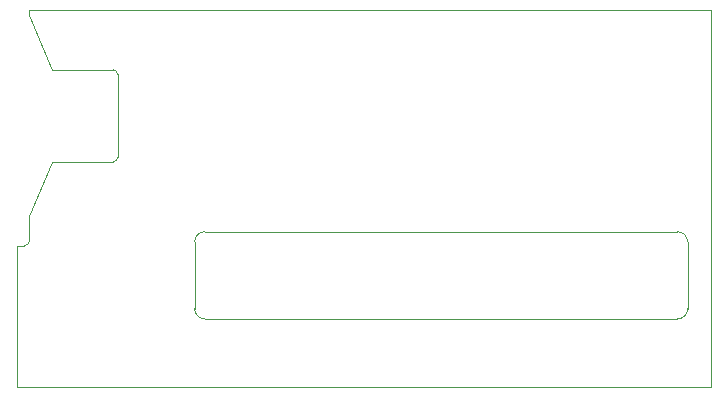
<source format=gko>
%FSLAX46Y46*%
%MOMM*%
%ADD10C,0.010000*%
G01*
G01*
%LPD*%
D10*
X58700000Y0D02*
X58700000Y17000000D01*
D10*
X58700000Y17000000D02*
X58700000Y32000000D01*
D10*
X58700000Y32000000D02*
X1000000Y32000000D01*
D10*
X1000000Y32000000D02*
X1000000Y31500000D01*
D10*
X1000000Y31500000D02*
X2900000Y26900000D01*
D10*
X2900000Y26900000D02*
X8100000Y26900000D01*
D10*
X8500000Y26500000D02*
X8500000Y19500000D01*
D10*
X8100000Y19100000D02*
X2900000Y19100000D01*
D10*
X2900000Y19100000D02*
X1000000Y14500000D01*
D10*
X1000000Y14500000D02*
X1000000Y12400000D01*
D10*
X600000Y12000000D02*
X0Y12000000D01*
D10*
X0Y12000000D02*
X0Y0D01*
D10*
X0Y0D02*
X58700000Y0D01*
D10*
X14999999Y6680001D02*
X14999999Y12320001D01*
D10*
X15879999Y13200001D02*
X55869999Y13200001D01*
D10*
X56749999Y12320001D02*
X56749999Y6680001D01*
D10*
X55869999Y5800001D02*
X15879999Y5800001D01*
G75*
G02*
D10*
X8100000Y26900000D02*
X8500000Y26500000I0J-400000D01*
G02*
D10*
X8500000Y19500000D02*
X8100000Y19100000I-400000J0D01*
G02*
D10*
X1000000Y12400000D02*
X600000Y12000000I-400000J0D01*
G02*
D10*
X15879999Y5800001D02*
X14999999Y6680001I0J880000D01*
G02*
D10*
X14999999Y12320001D02*
X15879999Y13200001I880000J0D01*
G02*
D10*
X55869999Y13200001D02*
X56749999Y12320001I0J-880000D01*
G02*
D10*
X56749999Y6680001D02*
X55869999Y5800001I-880000J0D01*
M02*

</source>
